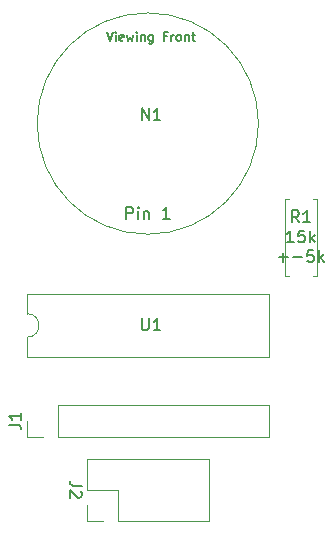
<source format=gbr>
%TF.GenerationSoftware,KiCad,Pcbnew,5.1.6-c6e7f7d~87~ubuntu20.04.1*%
%TF.CreationDate,2020-09-12T14:26:48-04:00*%
%TF.ProjectId,IN-14_Daughter,494e2d31-345f-4446-9175-67687465722e,rev?*%
%TF.SameCoordinates,Original*%
%TF.FileFunction,Legend,Top*%
%TF.FilePolarity,Positive*%
%FSLAX46Y46*%
G04 Gerber Fmt 4.6, Leading zero omitted, Abs format (unit mm)*
G04 Created by KiCad (PCBNEW 5.1.6-c6e7f7d~87~ubuntu20.04.1) date 2020-09-12 14:26:48*
%MOMM*%
%LPD*%
G01*
G04 APERTURE LIST*
%ADD10C,0.150000*%
%ADD11C,0.120000*%
G04 APERTURE END LIST*
D10*
X167552761Y-70239380D02*
X166981333Y-70239380D01*
X167267047Y-70239380D02*
X167267047Y-69239380D01*
X167171809Y-69382238D01*
X167076571Y-69477476D01*
X166981333Y-69525095D01*
X168457523Y-69239380D02*
X167981333Y-69239380D01*
X167933714Y-69715571D01*
X167981333Y-69667952D01*
X168076571Y-69620333D01*
X168314666Y-69620333D01*
X168409904Y-69667952D01*
X168457523Y-69715571D01*
X168505142Y-69810809D01*
X168505142Y-70048904D01*
X168457523Y-70144142D01*
X168409904Y-70191761D01*
X168314666Y-70239380D01*
X168076571Y-70239380D01*
X167981333Y-70191761D01*
X167933714Y-70144142D01*
X168933714Y-70239380D02*
X168933714Y-69239380D01*
X169028952Y-69858428D02*
X169314666Y-70239380D01*
X169314666Y-69572714D02*
X168933714Y-69953666D01*
X166267047Y-71508428D02*
X167028952Y-71508428D01*
X166648000Y-71889380D02*
X166648000Y-71127476D01*
X167505142Y-71508428D02*
X168267047Y-71508428D01*
X169219428Y-70889380D02*
X168743238Y-70889380D01*
X168695619Y-71365571D01*
X168743238Y-71317952D01*
X168838476Y-71270333D01*
X169076571Y-71270333D01*
X169171809Y-71317952D01*
X169219428Y-71365571D01*
X169267047Y-71460809D01*
X169267047Y-71698904D01*
X169219428Y-71794142D01*
X169171809Y-71841761D01*
X169076571Y-71889380D01*
X168838476Y-71889380D01*
X168743238Y-71841761D01*
X168695619Y-71794142D01*
X169695619Y-71889380D02*
X169695619Y-70889380D01*
X169790857Y-71508428D02*
X170076571Y-71889380D01*
X170076571Y-71222714D02*
X169695619Y-71603666D01*
D11*
%TO.C,N1*%
X164564000Y-60172600D02*
G75*
G03*
X164564000Y-60172600I-9370000J0D01*
G01*
%TO.C,U1*%
X144974000Y-78266800D02*
X144974000Y-79916800D01*
X144974000Y-79916800D02*
X165414000Y-79916800D01*
X165414000Y-79916800D02*
X165414000Y-74616800D01*
X165414000Y-74616800D02*
X144974000Y-74616800D01*
X144974000Y-74616800D02*
X144974000Y-76266800D01*
X144974000Y-76266800D02*
G75*
G02*
X144974000Y-78266800I0J-1000000D01*
G01*
%TO.C,J1*%
X144974000Y-86674000D02*
X144974000Y-85344000D01*
X146304000Y-86674000D02*
X144974000Y-86674000D01*
X147574000Y-86674000D02*
X147574000Y-84014000D01*
X147574000Y-84014000D02*
X165414000Y-84014000D01*
X147574000Y-86674000D02*
X165414000Y-86674000D01*
X165414000Y-86674000D02*
X165414000Y-84014000D01*
%TO.C,J2*%
X150054000Y-93786000D02*
X150054000Y-92456000D01*
X151384000Y-93786000D02*
X150054000Y-93786000D01*
X150054000Y-91186000D02*
X150054000Y-88586000D01*
X152654000Y-91186000D02*
X150054000Y-91186000D01*
X152654000Y-93786000D02*
X152654000Y-91186000D01*
X150054000Y-88586000D02*
X160334000Y-88586000D01*
X152654000Y-93786000D02*
X160334000Y-93786000D01*
X160334000Y-93786000D02*
X160334000Y-88586000D01*
%TO.C,R1*%
X169518000Y-66580000D02*
X169188000Y-66580000D01*
X169518000Y-73120000D02*
X169518000Y-66580000D01*
X169188000Y-73120000D02*
X169518000Y-73120000D01*
X166778000Y-66580000D02*
X167108000Y-66580000D01*
X166778000Y-73120000D02*
X166778000Y-66580000D01*
X167108000Y-73120000D02*
X166778000Y-73120000D01*
%TO.C,N1*%
D10*
X154686095Y-59888380D02*
X154686095Y-58888380D01*
X155257523Y-59888380D01*
X155257523Y-58888380D01*
X156257523Y-59888380D02*
X155686095Y-59888380D01*
X155971809Y-59888380D02*
X155971809Y-58888380D01*
X155876571Y-59031238D01*
X155781333Y-59126476D01*
X155686095Y-59174095D01*
X151715857Y-52421285D02*
X151965857Y-53171285D01*
X152215857Y-52421285D01*
X152465857Y-53171285D02*
X152465857Y-52671285D01*
X152465857Y-52421285D02*
X152430142Y-52457000D01*
X152465857Y-52492714D01*
X152501571Y-52457000D01*
X152465857Y-52421285D01*
X152465857Y-52492714D01*
X153108714Y-53135571D02*
X153037285Y-53171285D01*
X152894428Y-53171285D01*
X152823000Y-53135571D01*
X152787285Y-53064142D01*
X152787285Y-52778428D01*
X152823000Y-52707000D01*
X152894428Y-52671285D01*
X153037285Y-52671285D01*
X153108714Y-52707000D01*
X153144428Y-52778428D01*
X153144428Y-52849857D01*
X152787285Y-52921285D01*
X153394428Y-52671285D02*
X153537285Y-53171285D01*
X153680142Y-52814142D01*
X153823000Y-53171285D01*
X153965857Y-52671285D01*
X154251571Y-53171285D02*
X154251571Y-52671285D01*
X154251571Y-52421285D02*
X154215857Y-52457000D01*
X154251571Y-52492714D01*
X154287285Y-52457000D01*
X154251571Y-52421285D01*
X154251571Y-52492714D01*
X154608714Y-52671285D02*
X154608714Y-53171285D01*
X154608714Y-52742714D02*
X154644428Y-52707000D01*
X154715857Y-52671285D01*
X154823000Y-52671285D01*
X154894428Y-52707000D01*
X154930142Y-52778428D01*
X154930142Y-53171285D01*
X155608714Y-52671285D02*
X155608714Y-53278428D01*
X155573000Y-53349857D01*
X155537285Y-53385571D01*
X155465857Y-53421285D01*
X155358714Y-53421285D01*
X155287285Y-53385571D01*
X155608714Y-53135571D02*
X155537285Y-53171285D01*
X155394428Y-53171285D01*
X155323000Y-53135571D01*
X155287285Y-53099857D01*
X155251571Y-53028428D01*
X155251571Y-52814142D01*
X155287285Y-52742714D01*
X155323000Y-52707000D01*
X155394428Y-52671285D01*
X155537285Y-52671285D01*
X155608714Y-52707000D01*
X156787285Y-52778428D02*
X156537285Y-52778428D01*
X156537285Y-53171285D02*
X156537285Y-52421285D01*
X156894428Y-52421285D01*
X157180142Y-53171285D02*
X157180142Y-52671285D01*
X157180142Y-52814142D02*
X157215857Y-52742714D01*
X157251571Y-52707000D01*
X157323000Y-52671285D01*
X157394428Y-52671285D01*
X157751571Y-53171285D02*
X157680142Y-53135571D01*
X157644428Y-53099857D01*
X157608714Y-53028428D01*
X157608714Y-52814142D01*
X157644428Y-52742714D01*
X157680142Y-52707000D01*
X157751571Y-52671285D01*
X157858714Y-52671285D01*
X157930142Y-52707000D01*
X157965857Y-52742714D01*
X158001571Y-52814142D01*
X158001571Y-53028428D01*
X157965857Y-53099857D01*
X157930142Y-53135571D01*
X157858714Y-53171285D01*
X157751571Y-53171285D01*
X158323000Y-52671285D02*
X158323000Y-53171285D01*
X158323000Y-52742714D02*
X158358714Y-52707000D01*
X158430142Y-52671285D01*
X158537285Y-52671285D01*
X158608714Y-52707000D01*
X158644428Y-52778428D01*
X158644428Y-53171285D01*
X158894428Y-52671285D02*
X159180142Y-52671285D01*
X159001571Y-52421285D02*
X159001571Y-53064142D01*
X159037285Y-53135571D01*
X159108714Y-53171285D01*
X159180142Y-53171285D01*
X153384476Y-68244980D02*
X153384476Y-67244980D01*
X153765428Y-67244980D01*
X153860666Y-67292600D01*
X153908285Y-67340219D01*
X153955904Y-67435457D01*
X153955904Y-67578314D01*
X153908285Y-67673552D01*
X153860666Y-67721171D01*
X153765428Y-67768790D01*
X153384476Y-67768790D01*
X154384476Y-68244980D02*
X154384476Y-67578314D01*
X154384476Y-67244980D02*
X154336857Y-67292600D01*
X154384476Y-67340219D01*
X154432095Y-67292600D01*
X154384476Y-67244980D01*
X154384476Y-67340219D01*
X154860666Y-67578314D02*
X154860666Y-68244980D01*
X154860666Y-67673552D02*
X154908285Y-67625933D01*
X155003523Y-67578314D01*
X155146380Y-67578314D01*
X155241619Y-67625933D01*
X155289238Y-67721171D01*
X155289238Y-68244980D01*
X157051142Y-68244980D02*
X156479714Y-68244980D01*
X156765428Y-68244980D02*
X156765428Y-67244980D01*
X156670190Y-67387838D01*
X156574952Y-67483076D01*
X156479714Y-67530695D01*
%TO.C,U1*%
X154686095Y-76668380D02*
X154686095Y-77477904D01*
X154733714Y-77573142D01*
X154781333Y-77620761D01*
X154876571Y-77668380D01*
X155067047Y-77668380D01*
X155162285Y-77620761D01*
X155209904Y-77573142D01*
X155257523Y-77477904D01*
X155257523Y-76668380D01*
X156257523Y-77668380D02*
X155686095Y-77668380D01*
X155971809Y-77668380D02*
X155971809Y-76668380D01*
X155876571Y-76811238D01*
X155781333Y-76906476D01*
X155686095Y-76954095D01*
%TO.C,J1*%
X143426380Y-85677333D02*
X144140666Y-85677333D01*
X144283523Y-85724952D01*
X144378761Y-85820190D01*
X144426380Y-85963047D01*
X144426380Y-86058285D01*
X144426380Y-84677333D02*
X144426380Y-85248761D01*
X144426380Y-84963047D02*
X143426380Y-84963047D01*
X143569238Y-85058285D01*
X143664476Y-85153523D01*
X143712095Y-85248761D01*
%TO.C,J2*%
X149601619Y-90852666D02*
X148887333Y-90852666D01*
X148744476Y-90805047D01*
X148649238Y-90709809D01*
X148601619Y-90566952D01*
X148601619Y-90471714D01*
X149506380Y-91281238D02*
X149554000Y-91328857D01*
X149601619Y-91424095D01*
X149601619Y-91662190D01*
X149554000Y-91757428D01*
X149506380Y-91805047D01*
X149411142Y-91852666D01*
X149315904Y-91852666D01*
X149173047Y-91805047D01*
X148601619Y-91233619D01*
X148601619Y-91852666D01*
%TO.C,R1*%
X167981333Y-68524380D02*
X167648000Y-68048190D01*
X167409904Y-68524380D02*
X167409904Y-67524380D01*
X167790857Y-67524380D01*
X167886095Y-67572000D01*
X167933714Y-67619619D01*
X167981333Y-67714857D01*
X167981333Y-67857714D01*
X167933714Y-67952952D01*
X167886095Y-68000571D01*
X167790857Y-68048190D01*
X167409904Y-68048190D01*
X168933714Y-68524380D02*
X168362285Y-68524380D01*
X168648000Y-68524380D02*
X168648000Y-67524380D01*
X168552761Y-67667238D01*
X168457523Y-67762476D01*
X168362285Y-67810095D01*
%TD*%
M02*

</source>
